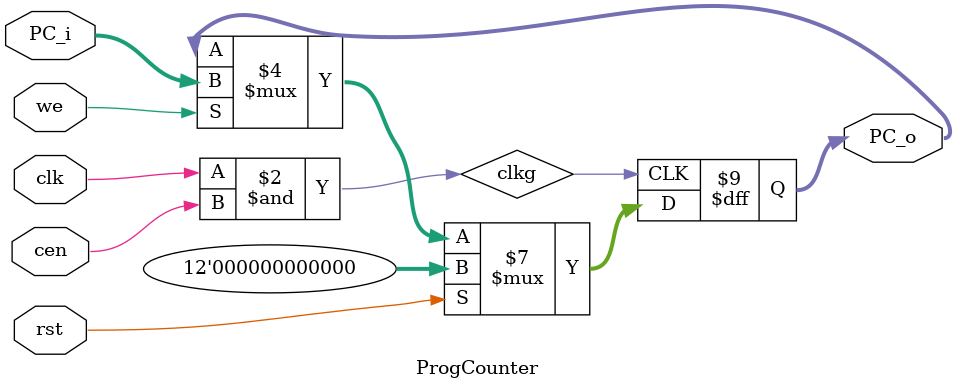
<source format=sv>
module ProgCounter(
	input logic clk,
	input logic cen,
	input logic rst,
	input logic we,
	input logic [11:0]PC_i,
	output logic [11:0]PC_o
	);
	
	logic clkg;
	
	always_comb clkg = clk & cen;
	
	//Register w/clear and enable
	always_ff @(posedge clkg) begin
		if(rst)
			PC_o <= 0;
		else if(we)
			PC_o <= PC_i;
	end

endmodule 
</source>
